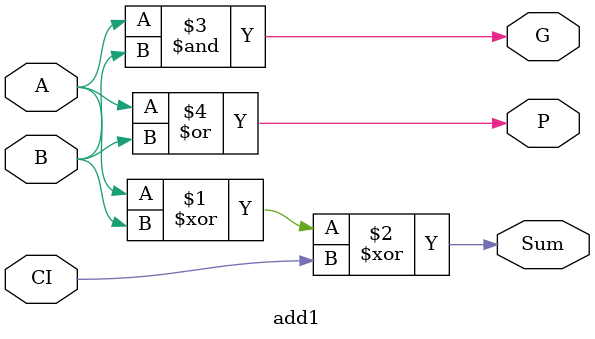
<source format=v>
/* add1.v - 1-bit adder */
module add1(
            A,
            B,
            CI,
            Sum,
            P,
            G
            );
   // Inputs
   input A, B, CI;
   
   // Outputs
   output Sum, G, P;

   assign Sum = A ^ B ^ CI;
   assign G   = A & B;
   assign P   = A | B;
endmodule // fa

   

</source>
